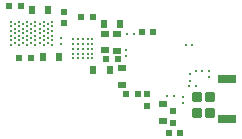
<source format=gbr>
G04 #@! TF.GenerationSoftware,KiCad,Pcbnew,7.0.9-7.0.9~ubuntu20.04.1*
G04 #@! TF.CreationDate,2023-12-28T04:07:49+00:00*
G04 #@! TF.ProjectId,yote,796f7465-2e6b-4696-9361-645f70636258,rev?*
G04 #@! TF.SameCoordinates,Original*
G04 #@! TF.FileFunction,Paste,Top*
G04 #@! TF.FilePolarity,Positive*
%FSLAX46Y46*%
G04 Gerber Fmt 4.6, Leading zero omitted, Abs format (unit mm)*
G04 Created by KiCad (PCBNEW 7.0.9-7.0.9~ubuntu20.04.1) date 2023-12-28 04:07:49*
%MOMM*%
%LPD*%
G01*
G04 APERTURE LIST*
G04 Aperture macros list*
%AMRoundRect*
0 Rectangle with rounded corners*
0 $1 Rounding radius*
0 $2 $3 $4 $5 $6 $7 $8 $9 X,Y pos of 4 corners*
0 Add a 4 corners polygon primitive as box body*
4,1,4,$2,$3,$4,$5,$6,$7,$8,$9,$2,$3,0*
0 Add four circle primitives for the rounded corners*
1,1,$1+$1,$2,$3*
1,1,$1+$1,$4,$5*
1,1,$1+$1,$6,$7*
1,1,$1+$1,$8,$9*
0 Add four rect primitives between the rounded corners*
20,1,$1+$1,$2,$3,$4,$5,0*
20,1,$1+$1,$4,$5,$6,$7,0*
20,1,$1+$1,$6,$7,$8,$9,0*
20,1,$1+$1,$8,$9,$2,$3,0*%
G04 Aperture macros list end*
%ADD10R,0.500000X0.600000*%
%ADD11R,0.800000X0.600000*%
%ADD12R,0.600000X0.500000*%
%ADD13RoundRect,0.100000X-0.300000X0.350000X-0.300000X-0.350000X0.300000X-0.350000X0.300000X0.350000X0*%
%ADD14RoundRect,0.100000X0.300000X-0.350000X0.300000X0.350000X-0.300000X0.350000X-0.300000X-0.350000X0*%
%ADD15R,0.250000X0.270000*%
%ADD16C,0.243840*%
%ADD17R,0.600000X0.800000*%
%ADD18R,0.270000X0.250000*%
%ADD19C,0.152400*%
%ADD20C,0.220000*%
%ADD21R,1.600000X0.800000*%
%ADD22R,0.600000X0.700000*%
G04 APERTURE END LIST*
D10*
X108000000Y-69370000D03*
X108000000Y-68370000D03*
D11*
X112870000Y-73180000D03*
X112870000Y-74580000D03*
D12*
X113280000Y-75370000D03*
X114280000Y-75370000D03*
D13*
X119240000Y-75580000D03*
D14*
X119240000Y-76980000D03*
X120340000Y-76980000D03*
D13*
X120340000Y-75580000D03*
D11*
X112460000Y-71670000D03*
X112460000Y-70270000D03*
D15*
X117300000Y-75530000D03*
X116750000Y-75530000D03*
D16*
X103505000Y-71220000D03*
X103505000Y-70820000D03*
X103505000Y-70420000D03*
X103505000Y-70020000D03*
X103505000Y-69620000D03*
X103505000Y-69220000D03*
X103850000Y-71020000D03*
X103850000Y-70620000D03*
X103850000Y-70220000D03*
X103850000Y-69820000D03*
X103850000Y-69420000D03*
X104195000Y-71220000D03*
X104195000Y-70820000D03*
X104195000Y-70420000D03*
X104195000Y-70020000D03*
X104195000Y-69620000D03*
X104195000Y-69220000D03*
X104540000Y-71020000D03*
X104540000Y-70620000D03*
X104540000Y-70220000D03*
X104540000Y-69820000D03*
X104540000Y-69420000D03*
X104885000Y-71220000D03*
X104885000Y-70820000D03*
X104885000Y-70420000D03*
X104885000Y-70020000D03*
X104885000Y-69620000D03*
X104885000Y-69220000D03*
X105230000Y-71020000D03*
X105230000Y-70620000D03*
X105230000Y-70220000D03*
X105230000Y-69820000D03*
X105230000Y-69420000D03*
X105575000Y-71220000D03*
X105575000Y-70820000D03*
X105575000Y-70420000D03*
X105575000Y-70020000D03*
X105575000Y-69620000D03*
X105575000Y-69220000D03*
X105920000Y-71020000D03*
X105920000Y-70620000D03*
X105920000Y-70220000D03*
X105920000Y-69820000D03*
X105920000Y-69420000D03*
X106265000Y-71220000D03*
X106265000Y-70820000D03*
X106265000Y-70420000D03*
X106265000Y-70020000D03*
X106265000Y-69620000D03*
X106265000Y-69220000D03*
X106610000Y-71020000D03*
X106610000Y-70620000D03*
X106610000Y-70220000D03*
X106610000Y-69820000D03*
X106610000Y-69420000D03*
X106955000Y-71220000D03*
X106955000Y-70820000D03*
X106955000Y-70420000D03*
X106955000Y-70020000D03*
X106955000Y-69620000D03*
X106955000Y-69220000D03*
D17*
X111360000Y-69390000D03*
X112760000Y-69390000D03*
D15*
X119150000Y-73375000D03*
X119700000Y-73375000D03*
D18*
X107700000Y-70575000D03*
X107700000Y-71125000D03*
D19*
X117740000Y-74560000D03*
X117390000Y-74560000D03*
X117040000Y-74560000D03*
X116340000Y-74560000D03*
X115640000Y-74560000D03*
X114940000Y-74560000D03*
X114240000Y-74560000D03*
X113890000Y-74560000D03*
X117740000Y-74210000D03*
X117390000Y-74210000D03*
X116690000Y-74210000D03*
X116340000Y-74210000D03*
X115990000Y-74210000D03*
X115640000Y-74210000D03*
X115290000Y-74210000D03*
X114940000Y-74210000D03*
X114590000Y-74210000D03*
X114240000Y-74210000D03*
X113890000Y-74210000D03*
X117390000Y-73860000D03*
X116690000Y-73860000D03*
X116340000Y-73860000D03*
X115990000Y-73860000D03*
X115640000Y-73860000D03*
X115290000Y-73860000D03*
X114940000Y-73860000D03*
X114590000Y-73860000D03*
X114240000Y-73860000D03*
X117740000Y-73510000D03*
X117390000Y-73510000D03*
X114590000Y-73510000D03*
X114240000Y-73510000D03*
X113890000Y-73510000D03*
X117390000Y-73160000D03*
X117040000Y-73160000D03*
X116690000Y-73160000D03*
X116340000Y-73160000D03*
X115990000Y-73160000D03*
X115640000Y-73160000D03*
X115290000Y-73160000D03*
X114590000Y-73160000D03*
X114240000Y-73160000D03*
X117740000Y-72810000D03*
X117390000Y-72810000D03*
X117040000Y-72810000D03*
X116340000Y-72810000D03*
X115990000Y-72810000D03*
X115640000Y-72810000D03*
X115290000Y-72810000D03*
X114590000Y-72810000D03*
X114240000Y-72810000D03*
X113890000Y-72810000D03*
X117390000Y-72460000D03*
X117040000Y-72460000D03*
X116340000Y-72460000D03*
X115990000Y-72460000D03*
X115640000Y-72460000D03*
X115290000Y-72460000D03*
X114590000Y-72460000D03*
X114240000Y-72460000D03*
X117740000Y-72110000D03*
X117390000Y-72110000D03*
X117040000Y-72110000D03*
X114590000Y-72110000D03*
X114240000Y-72110000D03*
X113890000Y-72110000D03*
X117390000Y-71760000D03*
X117040000Y-71760000D03*
X116690000Y-71760000D03*
X116340000Y-71760000D03*
X115990000Y-71760000D03*
X115640000Y-71760000D03*
X115290000Y-71760000D03*
X114940000Y-71760000D03*
X114590000Y-71760000D03*
X114240000Y-71760000D03*
X117740000Y-71410000D03*
X117390000Y-71410000D03*
X117040000Y-71410000D03*
X116690000Y-71410000D03*
X116340000Y-71410000D03*
X115990000Y-71410000D03*
X115640000Y-71410000D03*
X115290000Y-71410000D03*
X114940000Y-71410000D03*
X114590000Y-71410000D03*
X114240000Y-71410000D03*
X113890000Y-71410000D03*
X117740000Y-71060000D03*
X117040000Y-71060000D03*
X116340000Y-71060000D03*
X115640000Y-71060000D03*
X114940000Y-71060000D03*
X114240000Y-71060000D03*
X113890000Y-71060000D03*
D10*
X114990000Y-76390000D03*
X114990000Y-75390000D03*
D15*
X113875000Y-70270000D03*
X113325000Y-70270000D03*
D20*
X108790000Y-70730000D03*
X109190000Y-70730000D03*
X109590000Y-70730000D03*
X109990000Y-70730000D03*
X110390000Y-70730000D03*
X108790000Y-71130000D03*
X109190000Y-71130000D03*
X109590000Y-71130000D03*
X109990000Y-71130000D03*
X110390000Y-71130000D03*
X108790000Y-71530000D03*
X109190000Y-71530000D03*
X109590000Y-71530000D03*
X109990000Y-71530000D03*
X110390000Y-71530000D03*
X108790000Y-71930000D03*
X109190000Y-71930000D03*
X109590000Y-71930000D03*
X109990000Y-71930000D03*
X110390000Y-71930000D03*
X108790000Y-72330000D03*
X109190000Y-72330000D03*
X109590000Y-72330000D03*
X109990000Y-72330000D03*
X110390000Y-72330000D03*
D21*
X121760000Y-74110000D03*
X121760000Y-77510000D03*
D15*
X118305000Y-71170000D03*
X118855000Y-71170000D03*
D10*
X117240000Y-77770000D03*
X117240000Y-76770000D03*
D18*
X118620000Y-73700000D03*
X118620000Y-74250000D03*
D12*
X109460000Y-68840000D03*
X110460000Y-68840000D03*
X103360000Y-67910000D03*
X104360000Y-67910000D03*
X112560000Y-72380000D03*
X111560000Y-72380000D03*
D15*
X118615000Y-74700000D03*
X119165000Y-74700000D03*
D17*
X107600000Y-72250000D03*
X106200000Y-72250000D03*
D18*
X113220000Y-72165000D03*
X113220000Y-71615000D03*
D17*
X105240000Y-68260000D03*
X106640000Y-68260000D03*
D22*
X110470000Y-73280000D03*
D17*
X111870000Y-73280000D03*
D12*
X115560000Y-70080000D03*
X114560000Y-70080000D03*
D11*
X111470000Y-70250000D03*
X111470000Y-71650000D03*
D12*
X116840000Y-78630000D03*
X117840000Y-78630000D03*
D18*
X118100000Y-75565000D03*
X118100000Y-76115000D03*
D12*
X105180000Y-72280000D03*
X104180000Y-72280000D03*
D18*
X120250000Y-73375000D03*
X120250000Y-73925000D03*
D11*
X116380000Y-76200000D03*
X116380000Y-77600000D03*
M02*

</source>
